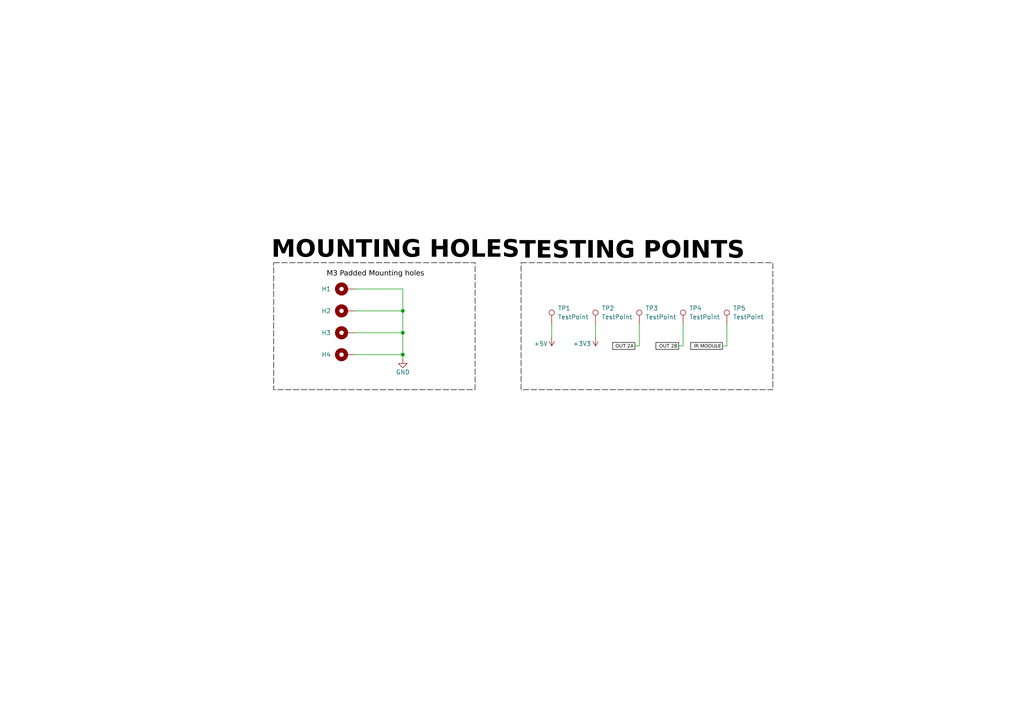
<source format=kicad_sch>
(kicad_sch (version 20250114) (generator "eeschema") (generator_version "9.0")
  (paper "A4")
  (title_block (title "SUMEC_MK_IV") (date "2024-08-05") (rev "v3.0.9") (company "SPS NA PROSEKU") (comment 1 "Made in Prague, Czech Republic") (comment 2 "CONTACT: Savva Popov, savva.popov.sp@gmail.com, +420 605 570 366") (comment 3 "Made by bismarx-v1") (comment 4 "SUMEC MK IV aka SMD-V3 board"))
  (lib_symbols
    (symbol "Connector:TestPoint" (pin_numbers (hide yes)) (pin_names (offset 0.762) (hide yes))
      (property "Reference" "TP" (at 0 6.858 0))
      (property "Value" "TestPoint" (at 0 5.08 0))
      (symbol "TestPoint_0_1"
        (circle (center 0 3.302) (radius 0.762))
      )
      (symbol "TestPoint_1_1"
        (pin passive line (at 0 0 90) (length 2.54) (name "1") (number "1"))
      )
    )
    (symbol "Mechanical:MountingHole_Pad" (pin_numbers (hide yes)) (pin_names (offset 1.016) (hide yes))
      (property "Reference" "H" (at 0 6.35 0))
      (property "Value" "MountingHole_Pad" (at 0 4.445 0))
      (symbol "MountingHole_Pad_0_1"
        (circle (center 0 1.27) (radius 1.27) (stroke (width 1.27)))
      )
      (symbol "MountingHole_Pad_1_1"
        (pin input line (at 0 -2.54 90) (length 2.54) (name "1") (number "1"))
      )
    )
    (symbol "power:+3V3" (power) (pin_names (offset 0))
      (property "Value" "+3V3" (at 0 3.556 0))
      (symbol "+3V3_0_1"
        (polyline (pts (xy -0.762 1.27) (xy 0 2.54)))
        (polyline (pts (xy 0 2.54) (xy 0.762 1.27)))
        (polyline (pts (xy 0 0) (xy 0 2.54)))
      )
      (symbol "+3V3_1_1"
        (pin power_in line (at 0 0 90) (length 0) (hide yes) (name "+3V3") (number "1"))
      )
    )
    (symbol "power:+5V" (power) (pin_numbers (hide yes)) (pin_names (offset 0) (hide yes))
      (property "Value" "+5V" (at 0 3.556 0))
      (symbol "+5V_0_1"
        (polyline (pts (xy -0.762 1.27) (xy 0 2.54)))
        (polyline (pts (xy 0 2.54) (xy 0.762 1.27)))
        (polyline (pts (xy 0 0) (xy 0 2.54)))
      )
      (symbol "+5V_1_1"
        (pin power_in line (at 0 0 90) (length 0) (name "~") (number "1"))
      )
    )
    (symbol "power:GND" (power) (pin_names (offset 0))
      (property "Value" "GND" (at 0 -3.81 0))
      (symbol "GND_0_1"
        (polyline (pts (xy 0 0) (xy 0 -1.27) (xy 1.27 -1.27) (xy 0 -2.54) (xy -1.27 -1.27) (xy 0 -1.27)))
      )
      (symbol "GND_1_1"
        (pin power_in line (at 0 0 270) (length 0) (hide yes) (name "GND") (number "1"))
      )
    )
  )
  (rectangle (start 151.13 76.2) (end 224.155 113.03) (stroke (width 0) (type dash) (color 0 0 0 1)))
  (rectangle (start 79.375 76.2) (end 137.795 113.03) (stroke (width 0) (type dash) (color 0 0 0 1)))
  (text "M3 Padded Mounting holes" (at 94.742 80.772 0) (effects (font (size 1.5 1.5) (italic yes)) (justify left bottom)))
  (text "TESTING POINTS" (at 150.622 74.168 0) (effects (font (size 5 5) (thickness 1.2) (bold yes)) (justify left)))
  (text "MOUNTING HOLES" (at 78.74 76.835 0) (effects (font (size 5 5) (bold yes)) (justify left bottom)))
  (junction (at 116.84 102.87))
  (junction (at 116.84 90.17))
  (junction (at 116.84 96.52))
  (wire (pts (xy 116.84 104.14) (xy 116.84 102.87)))
  (wire (pts (xy 116.84 83.82) (xy 116.84 90.17)))
  (wire (pts (xy 102.87 96.52) (xy 116.84 96.52)))
  (wire (pts (xy 172.72 97.79) (xy 172.72 93.98)))
  (wire (pts (xy 196.85 100.33) (xy 198.12 100.33)))
  (wire (pts (xy 102.87 83.82) (xy 116.84 83.82)))
  (wire (pts (xy 210.82 93.98) (xy 210.82 100.33)))
  (wire (pts (xy 116.84 96.52) (xy 116.84 102.87)))
  (wire (pts (xy 116.84 90.17) (xy 116.84 96.52)))
  (wire (pts (xy 160.02 97.79) (xy 160.02 93.98)))
  (wire (pts (xy 102.87 90.17) (xy 116.84 90.17)))
  (wire (pts (xy 198.12 100.33) (xy 198.12 93.98)))
  (wire (pts (xy 184.15 100.33) (xy 185.42 100.33)))
  (wire (pts (xy 102.87 102.87) (xy 116.84 102.87)))
  (wire (pts (xy 209.55 100.33) (xy 210.82 100.33)))
  (wire (pts (xy 185.42 100.33) (xy 185.42 93.98)))
  (global_label "OUT 2A" (shape passive) (at 184.15 100.33 180) (effects (font (size 1 1))) (property "Intersheetrefs" "${INTERSHEET_REFS}" (effects (hide yes))))
  (global_label "OUT 2B" (shape passive) (at 196.85 100.33 180) (effects (font (size 1 1))) (property "Intersheetrefs" "${INTERSHEET_REFS}" (effects (hide yes))))
  (global_label "IR MODULE" (shape passive) (at 209.55 100.33 180) (effects (font (size 1 1))) (property "Intersheetrefs" "${INTERSHEET_REFS}" (effects (hide yes))))
  (symbol (lib_id "Connector:TestPoint") (at 185.42 93.98 0) (unit 1)
    (property "Reference" "TP3" (at 187.198 89.408 0) (effects (justify left)))
    (property "Value" "TestPoint" (at 187.198 91.948 0) (effects (justify left)))
    (property "Footprint" "TestPoint:TestPoint_Pad_1.0x1.0mm" (effects (hide yes)))
    (property "Description" "test point" (effects (hide yes)))
  )
  (symbol (lib_id "power:+3V3") (at 172.72 97.79 180) (unit 1)
    (property "Reference" "#PWR083" (effects (hide yes)))
    (property "Value" "+3V3" (at 171.45 99.695 0) (effects (justify left)))
  )
  (symbol (lib_id "Connector:TestPoint") (at 210.82 93.98 0) (unit 1)
    (property "Reference" "TP5" (at 212.598 89.408 0) (effects (justify left)))
    (property "Value" "TestPoint" (at 212.598 91.948 0) (effects (justify left)))
    (property "Footprint" "TestPoint:TestPoint_Pad_1.0x1.0mm" (effects (hide yes)))
    (property "Description" "test point" (effects (hide yes)))
  )
  (symbol (lib_id "Mechanical:MountingHole_Pad") (at 100.33 102.87 90) (unit 1) (exclude_from_sim yes) (in_bom no)
    (property "Reference" "H4" (at 94.615 102.87 90))
    (property "Value" "Mounting Hole M3" (effects (hide yes)))
    (property "Footprint" "MountingHole:MountingHole_3.2mm_M3_Pad_Via" (effects (hide yes)))
    (property "Description" "Mounting Hole with connection" (effects (hide yes)))
  )
  (symbol (lib_id "Connector:TestPoint") (at 198.12 93.98 0) (unit 1)
    (property "Reference" "TP4" (at 199.898 89.408 0) (effects (justify left)))
    (property "Value" "TestPoint" (at 199.898 91.948 0) (effects (justify left)))
    (property "Footprint" "TestPoint:TestPoint_Pad_1.0x1.0mm" (effects (hide yes)))
    (property "Description" "test point" (effects (hide yes)))
  )
  (symbol (lib_id "Mechanical:MountingHole_Pad") (at 100.33 96.52 90) (unit 1) (exclude_from_sim yes) (in_bom no)
    (property "Reference" "H3" (at 94.615 96.52 90))
    (property "Value" "Mounting Hole M3" (effects (hide yes)))
    (property "Footprint" "MountingHole:MountingHole_3.2mm_M3_Pad_Via" (effects (hide yes)))
    (property "Description" "Mounting Hole with connection" (effects (hide yes)))
  )
  (symbol (lib_id "Connector:TestPoint") (at 172.72 93.98 0) (unit 1)
    (property "Reference" "TP2" (at 174.498 89.408 0) (effects (justify left)))
    (property "Value" "TestPoint" (at 174.498 91.948 0) (effects (justify left)))
    (property "Footprint" "TestPoint:TestPoint_Pad_1.0x1.0mm" (effects (hide yes)))
    (property "Description" "test point" (effects (hide yes)))
  )
  (symbol (lib_id "power:GND") (at 116.84 104.14 0) (unit 1)
    (property "Reference" "#PWR081" (effects (hide yes)))
    (property "Value" "GND" (at 116.84 107.95 0))
    (property "Description" "Power symbol creates a global label with name \"GND\" , ground" (effects (hide yes)))
  )
  (symbol (lib_id "Mechanical:MountingHole_Pad") (at 100.33 90.17 90) (unit 1) (exclude_from_sim yes) (in_bom no)
    (property "Reference" "H2" (at 94.615 90.17 90))
    (property "Value" "Mounting Hole M3" (effects (hide yes)))
    (property "Footprint" "MountingHole:MountingHole_3.2mm_M3_Pad_Via" (effects (hide yes)))
    (property "Description" "Mounting Hole with connection" (effects (hide yes)))
  )
  (symbol (lib_id "Mechanical:MountingHole_Pad") (at 100.33 83.82 90) (unit 1) (exclude_from_sim yes) (in_bom no)
    (property "Reference" "H1" (at 94.615 83.82 90))
    (property "Value" "Mounting Hole M3" (effects (hide yes)))
    (property "Footprint" "MountingHole:MountingHole_3.2mm_M3_Pad_Via" (effects (hide yes)))
    (property "Description" "Mounting Hole with connection" (effects (hide yes)))
  )
  (symbol (lib_id "Connector:TestPoint") (at 160.02 93.98 0) (unit 1)
    (property "Reference" "TP1" (at 161.798 89.408 0) (effects (justify left)))
    (property "Value" "TestPoint" (at 161.798 91.948 0) (effects (justify left)))
    (property "Footprint" "TestPoint:TestPoint_Pad_1.0x1.0mm" (effects (hide yes)))
    (property "Description" "test point" (effects (hide yes)))
  )
  (symbol (lib_id "power:+5V") (at 160.02 97.79 180) (unit 1)
    (property "Reference" "#PWR082" (effects (hide yes)))
    (property "Value" "+5V" (at 156.845 99.695 0))
    (property "Description" "Power symbol creates a global label with name \"+5V\"" (effects (hide yes)))
  )
)
</source>
